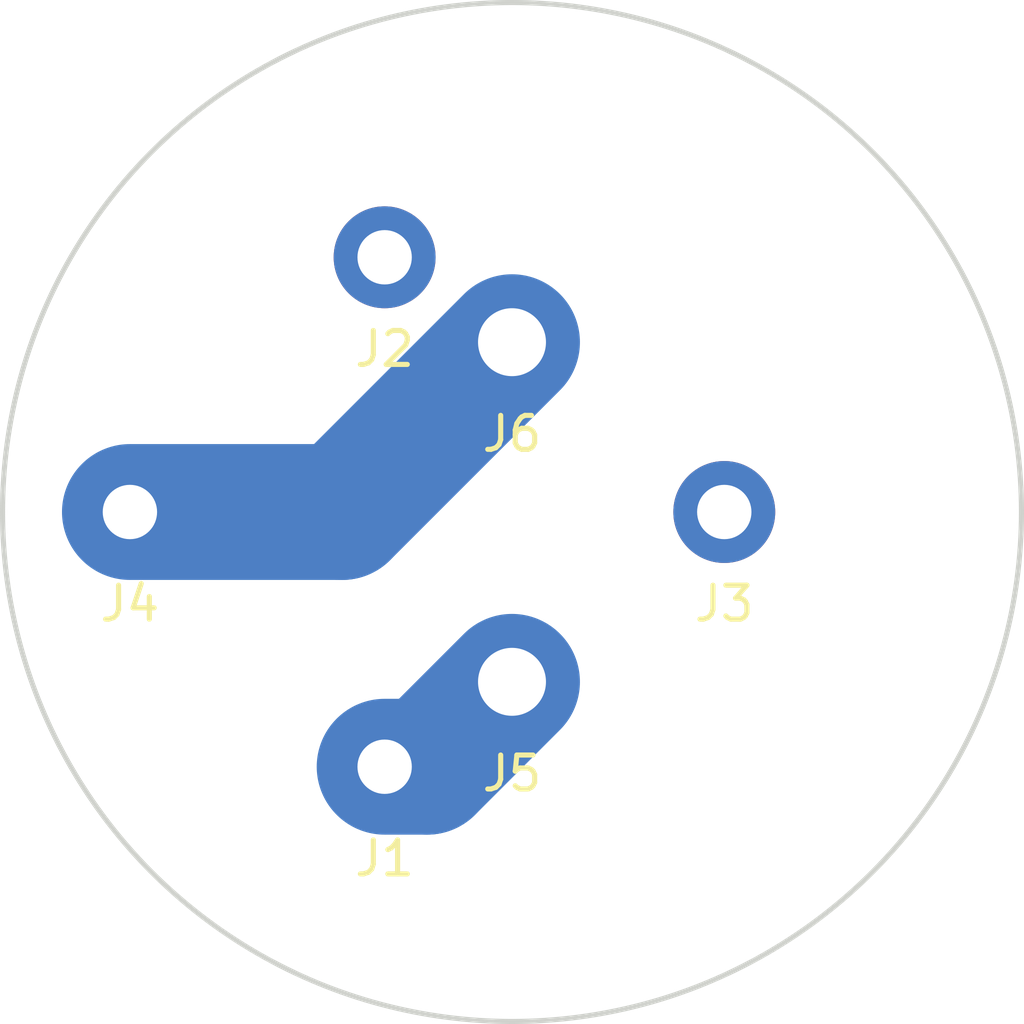
<source format=kicad_pcb>
(kicad_pcb (version 4) (host pcbnew 4.0.7+dfsg1-1ubuntu2)

  (general
    (links 2)
    (no_connects 0)
    (area 140.924999 96.924999 171.075001 127.075001)
    (thickness 1.6)
    (drawings 1)
    (tracks 4)
    (zones 0)
    (modules 6)
    (nets 3)
  )

  (page A4)
  (layers
    (0 F.Cu signal)
    (31 B.Cu signal)
    (32 B.Adhes user)
    (33 F.Adhes user)
    (34 B.Paste user)
    (35 F.Paste user)
    (36 B.SilkS user)
    (37 F.SilkS user)
    (38 B.Mask user)
    (39 F.Mask user)
    (40 Dwgs.User user)
    (41 Cmts.User user)
    (42 Eco1.User user)
    (43 Eco2.User user)
    (44 Edge.Cuts user)
    (45 Margin user)
    (46 B.CrtYd user)
    (47 F.CrtYd user)
    (48 B.Fab user)
    (49 F.Fab user)
  )

  (setup
    (last_trace_width 4)
    (trace_clearance 0.2)
    (zone_clearance 0.508)
    (zone_45_only no)
    (trace_min 0.2)
    (segment_width 0.2)
    (edge_width 0.15)
    (via_size 0.6)
    (via_drill 0.4)
    (via_min_size 0.4)
    (via_min_drill 0.3)
    (uvia_size 0.3)
    (uvia_drill 0.1)
    (uvias_allowed no)
    (uvia_min_size 0.2)
    (uvia_min_drill 0.1)
    (pcb_text_width 0.3)
    (pcb_text_size 1.5 1.5)
    (mod_edge_width 0.15)
    (mod_text_size 1 1)
    (mod_text_width 0.15)
    (pad_size 3 3)
    (pad_drill 2)
    (pad_to_mask_clearance 0.2)
    (aux_axis_origin 156 112)
    (grid_origin 156 112)
    (visible_elements FFFFFF7F)
    (pcbplotparams
      (layerselection 0x01000_80000001)
      (usegerberextensions false)
      (excludeedgelayer true)
      (linewidth 0.100000)
      (plotframeref false)
      (viasonmask false)
      (mode 1)
      (useauxorigin true)
      (hpglpennumber 1)
      (hpglpenspeed 20)
      (hpglpendiameter 15)
      (hpglpenoverlay 2)
      (psnegative false)
      (psa4output false)
      (plotreference true)
      (plotvalue true)
      (plotinvisibletext false)
      (padsonsilk false)
      (subtractmaskfromsilk false)
      (outputformat 1)
      (mirror false)
      (drillshape 0)
      (scaleselection 1)
      (outputdirectory gerber))
  )

  (net 0 "")
  (net 1 "Net-(J1-Pad1)")
  (net 2 "Net-(J4-Pad1)")

  (net_class Default "This is the default net class."
    (clearance 0.2)
    (trace_width 4)
    (via_dia 0.6)
    (via_drill 0.4)
    (uvia_dia 0.3)
    (uvia_drill 0.1)
    (add_net "Net-(J1-Pad1)")
    (add_net "Net-(J4-Pad1)")
  )

  (module Holes:Hole_1.3mm (layer F.Cu) (tedit 5B74547B) (tstamp 5B6B2B6A)
    (at 152.25 119.5)
    (path /5B6B2874)
    (fp_text reference J1 (at 0 2.7) (layer F.SilkS)
      (effects (font (size 1 1) (thickness 0.15)))
    )
    (fp_text value Orig1 (at 0 -3.1) (layer F.Fab)
      (effects (font (size 1 1) (thickness 0.15)))
    )
    (pad 1 thru_hole circle (at 0 0) (size 3 3) (drill 1.6) (layers *.Cu *.Mask)
      (net 1 "Net-(J1-Pad1)"))
  )

  (module Holes:Hole_1.3mm (layer F.Cu) (tedit 5B745474) (tstamp 5B6B2B6F)
    (at 152.25 104.5)
    (path /5B6B2925)
    (fp_text reference J2 (at 0 2.7) (layer F.SilkS)
      (effects (font (size 1 1) (thickness 0.15)))
    )
    (fp_text value Orig2 (at 0 -3.1) (layer F.Fab)
      (effects (font (size 1 1) (thickness 0.15)))
    )
    (pad 1 thru_hole circle (at 0 0) (size 3 3) (drill 1.6) (layers *.Cu *.Mask))
  )

  (module Holes:Hole_1.3mm (layer F.Cu) (tedit 5B745478) (tstamp 5B6B2B74)
    (at 162.25 112)
    (path /5B6B2947)
    (fp_text reference J3 (at 0 2.7) (layer F.SilkS)
      (effects (font (size 1 1) (thickness 0.15)))
    )
    (fp_text value Orig3 (at 0 -3.1) (layer F.Fab)
      (effects (font (size 1 1) (thickness 0.15)))
    )
    (pad 1 thru_hole circle (at 0 0) (size 3 3) (drill 1.6) (layers *.Cu *.Mask))
  )

  (module Holes:Hole_1.3mm (layer F.Cu) (tedit 5B74547F) (tstamp 5B6B2B79)
    (at 144.75 112)
    (path /5B6B2968)
    (fp_text reference J4 (at 0 2.7) (layer F.SilkS)
      (effects (font (size 1 1) (thickness 0.15)))
    )
    (fp_text value Orig- (at 0 -3.1) (layer F.Fab)
      (effects (font (size 1 1) (thickness 0.15)))
    )
    (pad 1 thru_hole circle (at 0 0) (size 3 3) (drill 1.6) (layers *.Cu *.Mask)
      (net 2 "Net-(J4-Pad1)"))
  )

  (module Holes:Hole_1.7mm (layer F.Cu) (tedit 5B745482) (tstamp 5B6B2B7E)
    (at 156 117)
    (path /5B6B29CD)
    (fp_text reference J5 (at 0 2.7) (layer F.SilkS)
      (effects (font (size 1 1) (thickness 0.15)))
    )
    (fp_text value Cap+ (at 0 -3.1) (layer F.Fab)
      (effects (font (size 1 1) (thickness 0.15)))
    )
    (pad 1 thru_hole circle (at 0 0) (size 3 3) (drill 2) (layers *.Cu *.Mask)
      (net 1 "Net-(J1-Pad1)"))
  )

  (module Holes:Hole_1.7mm (layer F.Cu) (tedit 5B745486) (tstamp 5B6B2B83)
    (at 156 107)
    (path /5B6B2A66)
    (fp_text reference J6 (at 0 2.7) (layer F.SilkS)
      (effects (font (size 1 1) (thickness 0.15)))
    )
    (fp_text value Cap- (at 0 -3.1) (layer F.Fab)
      (effects (font (size 1 1) (thickness 0.15)))
    )
    (pad 1 thru_hole circle (at 0 0) (size 3 3) (drill 2) (layers *.Cu *.Mask)
      (net 2 "Net-(J4-Pad1)"))
  )

  (gr_circle (center 156 112) (end 171 112) (layer Edge.Cuts) (width 0.15))

  (segment (start 152.25 119.5) (end 153.5 119.5) (width 4) (layer B.Cu) (net 1))
  (segment (start 153.5 119.5) (end 156 117) (width 4) (layer B.Cu) (net 1))
  (segment (start 144.75 112) (end 151 112) (width 4) (layer B.Cu) (net 2))
  (segment (start 151 112) (end 156 107) (width 4) (layer B.Cu) (net 2))

)

</source>
